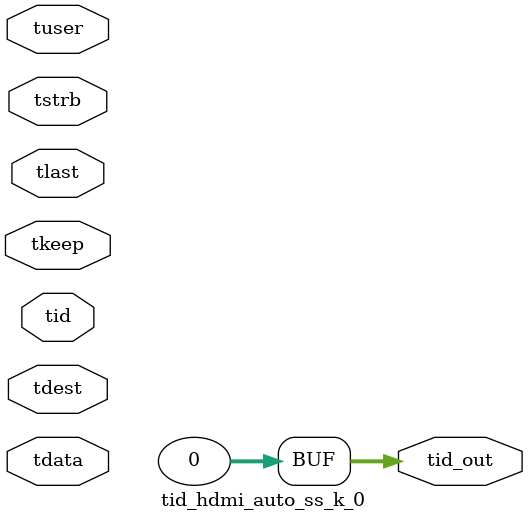
<source format=v>


`timescale 1ps/1ps

module tid_hdmi_auto_ss_k_0 #
(
parameter C_S_AXIS_TID_WIDTH   = 1,
parameter C_S_AXIS_TUSER_WIDTH = 0,
parameter C_S_AXIS_TDATA_WIDTH = 0,
parameter C_S_AXIS_TDEST_WIDTH = 0,
parameter C_M_AXIS_TID_WIDTH   = 32
)
(
input  [(C_S_AXIS_TID_WIDTH   == 0 ? 1 : C_S_AXIS_TID_WIDTH)-1:0       ] tid,
input  [(C_S_AXIS_TDATA_WIDTH == 0 ? 1 : C_S_AXIS_TDATA_WIDTH)-1:0     ] tdata,
input  [(C_S_AXIS_TUSER_WIDTH == 0 ? 1 : C_S_AXIS_TUSER_WIDTH)-1:0     ] tuser,
input  [(C_S_AXIS_TDEST_WIDTH == 0 ? 1 : C_S_AXIS_TDEST_WIDTH)-1:0     ] tdest,
input  [(C_S_AXIS_TDATA_WIDTH/8)-1:0 ] tkeep,
input  [(C_S_AXIS_TDATA_WIDTH/8)-1:0 ] tstrb,
input                                                                    tlast,
output [(C_M_AXIS_TID_WIDTH   == 0 ? 1 : C_M_AXIS_TID_WIDTH)-1:0       ] tid_out
);

assign tid_out = {1'b0};

endmodule


</source>
